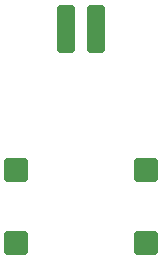
<source format=gbr>
%TF.GenerationSoftware,KiCad,Pcbnew,9.0.1*%
%TF.CreationDate,2025-06-25T00:30:31-04:00*%
%TF.ProjectId,DaughterBoard,44617567-6874-4657-9242-6f6172642e6b,rev?*%
%TF.SameCoordinates,Original*%
%TF.FileFunction,Paste,Bot*%
%TF.FilePolarity,Positive*%
%FSLAX46Y46*%
G04 Gerber Fmt 4.6, Leading zero omitted, Abs format (unit mm)*
G04 Created by KiCad (PCBNEW 9.0.1) date 2025-06-25 00:30:31*
%MOMM*%
%LPD*%
G01*
G04 APERTURE LIST*
G04 Aperture macros list*
%AMRoundRect*
0 Rectangle with rounded corners*
0 $1 Rounding radius*
0 $2 $3 $4 $5 $6 $7 $8 $9 X,Y pos of 4 corners*
0 Add a 4 corners polygon primitive as box body*
4,1,4,$2,$3,$4,$5,$6,$7,$8,$9,$2,$3,0*
0 Add four circle primitives for the rounded corners*
1,1,$1+$1,$2,$3*
1,1,$1+$1,$4,$5*
1,1,$1+$1,$6,$7*
1,1,$1+$1,$8,$9*
0 Add four rect primitives between the rounded corners*
20,1,$1+$1,$2,$3,$4,$5,0*
20,1,$1+$1,$4,$5,$6,$7,0*
20,1,$1+$1,$6,$7,$8,$9,0*
20,1,$1+$1,$8,$9,$2,$3,0*%
G04 Aperture macros list end*
%ADD10RoundRect,0.250000X0.750000X0.750000X-0.750000X0.750000X-0.750000X-0.750000X0.750000X-0.750000X0*%
%ADD11RoundRect,0.225000X0.525000X1.775000X-0.525000X1.775000X-0.525000X-1.775000X0.525000X-1.775000X0*%
G04 APERTURE END LIST*
D10*
%TO.C,J3*%
X109500000Y-73375000D03*
X109500000Y-67225000D03*
X98500000Y-73375000D03*
X98500000Y-67225000D03*
%TD*%
D11*
%TO.C,J2*%
X105270001Y-55300000D03*
X102729999Y-55300000D03*
%TD*%
M02*

</source>
